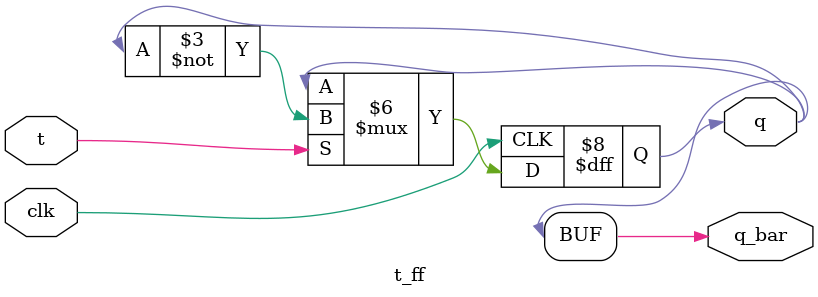
<source format=v>
module t_ff(clk,t,q,q_bar);
    input clk,t;
    output reg q=0; 
    output q_bar;
    always@(posedge clk)
    begin
      if(!t)
        q<=q;
      else
        q<=~q;
    end
      assign q_bar=q;
endmodule

</source>
